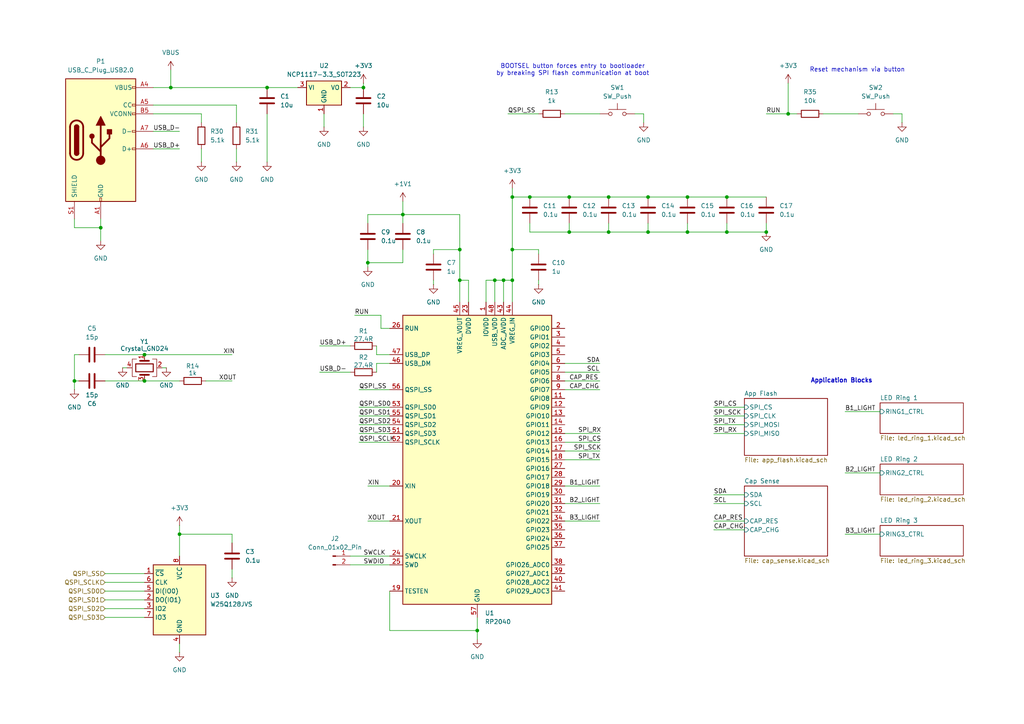
<source format=kicad_sch>
(kicad_sch (version 20231120) (generator "eeschema") (generator_version "8.0")
  (paper "A4")
  (lib_symbols
    (symbol "Connector:Conn_01x02_Pin" (pin_names (offset 1.016) hide)
      (property "Reference" "J" (at 0 2.54 0))
      (property "Value" "Conn_01x02_Pin" (at 0 -5.08 0))
      (symbol "Conn_01x02_Pin_1_1"
        (polyline (pts (xy 1.27 -2.54) (xy 0.8636 -2.54)) (stroke (width 0.1524)))
        (polyline (pts (xy 1.27 0) (xy 0.8636 0)) (stroke (width 0.1524)))
        (rectangle (start 0.8636 -2.413) (end 0 -2.667) (stroke (width 0.1524)) (fill (type outline)))
        (rectangle (start 0.8636 0.127) (end 0 -0.127) (stroke (width 0.1524)) (fill (type outline)))
        (pin passive line (at 5.08 0 180) (length 3.81) (name "Pin_1") (number "1"))
        (pin passive line (at 5.08 -2.54 180) (length 3.81) (name "Pin_2") (number "2"))
      )
    )
    (symbol "Connector:USB_C_Plug_USB2.0" (pin_names (offset 1.016))
      (property "Reference" "P" (at -10.16 19.05 0))
      (property "Value" "USB_C_Plug_USB2.0" (at 12.7 19.05 0))
      (symbol "USB_C_Plug_USB2.0_0_0"
        (rectangle (start -0.254 -17.78) (end 0.254 -16.764))
        (rectangle (start 10.16 -2.286) (end 9.144 -2.794))
        (rectangle (start 10.16 2.794) (end 9.144 2.286))
        (rectangle (start 10.16 7.874) (end 9.144 7.366))
        (rectangle (start 10.16 10.414) (end 9.144 9.906))
        (rectangle (start 10.16 15.494) (end 9.144 14.986))
      )
      (symbol "USB_C_Plug_USB2.0_0_1"
        (rectangle (start -10.16 17.78) (end 10.16 -17.78) (stroke (width 0.254)) (fill (type background)))
        (arc (start -8.89 -3.81) (mid -6.985 -5.7067) (end -5.08 -3.81) (stroke (width 0.508)))
        (arc (start -7.62 -3.81) (mid -6.985 -4.4423) (end -6.35 -3.81) (stroke (width 0.254)))
        (arc (start -7.62 -3.81) (mid -6.985 -4.4423) (end -6.35 -3.81) (stroke (width 0.254)) (fill (type outline)))
        (rectangle (start -7.62 -3.81) (end -6.35 3.81) (stroke (width 0.254)) (fill (type outline)))
        (arc (start -6.35 3.81) (mid -6.985 4.4423) (end -7.62 3.81) (stroke (width 0.254)))
        (arc (start -6.35 3.81) (mid -6.985 4.4423) (end -7.62 3.81) (stroke (width 0.254)) (fill (type outline)))
        (arc (start -5.08 3.81) (mid -6.985 5.7067) (end -8.89 3.81) (stroke (width 0.508)))
        (circle (center -2.54 1.143) (radius 0.635) (stroke (width 0.254)) (fill (type outline)))
        (circle (center 0 -5.842) (radius 1.27) (fill (type outline)))
        (polyline (pts (xy -8.89 -3.81) (xy -8.89 3.81)) (stroke (width 0.508)))
        (polyline (pts (xy -5.08 3.81) (xy -5.08 -3.81)) (stroke (width 0.508)))
        (polyline (pts (xy 0 -5.842) (xy 0 4.318)) (stroke (width 0.508)))
        (polyline (pts (xy 0 -3.302) (xy -2.54 -0.762) (xy -2.54 0.508)) (stroke (width 0.508)))
        (polyline (pts (xy 0 -2.032) (xy 2.54 0.508) (xy 2.54 1.778)) (stroke (width 0.508)))
        (polyline (pts (xy -1.27 4.318) (xy 0 6.858) (xy 1.27 4.318) (xy -1.27 4.318)) (stroke (width 0.254)) (fill (type outline)))
        (rectangle (start 1.905 1.778) (end 3.175 3.048) (stroke (width 0.254)) (fill (type outline)))
      )
      (symbol "USB_C_Plug_USB2.0_1_1"
        (pin passive line (at 0 -22.86 90) (length 5.08) (name "GND") (number "A1"))
        (pin passive line (at 0 -22.86 90) (length 5.08) hide (name "GND") (number "A12"))
        (pin passive line (at 15.24 15.24 180) (length 5.08) (name "VBUS") (number "A4"))
        (pin bidirectional line (at 15.24 10.16 180) (length 5.08) (name "CC") (number "A5"))
        (pin bidirectional line (at 15.24 -2.54 180) (length 5.08) (name "D+") (number "A6"))
        (pin bidirectional line (at 15.24 2.54 180) (length 5.08) (name "D-") (number "A7"))
        (pin passive line (at 15.24 15.24 180) (length 5.08) hide (name "VBUS") (number "A9"))
        (pin passive line (at 0 -22.86 90) (length 5.08) hide (name "GND") (number "B1"))
        (pin passive line (at 0 -22.86 90) (length 5.08) hide (name "GND") (number "B12"))
        (pin passive line (at 15.24 15.24 180) (length 5.08) hide (name "VBUS") (number "B4"))
        (pin bidirectional line (at 15.24 7.62 180) (length 5.08) (name "VCONN") (number "B5"))
        (pin passive line (at 15.24 15.24 180) (length 5.08) hide (name "VBUS") (number "B9"))
        (pin passive line (at -7.62 -22.86 90) (length 5.08) (name "SHIELD") (number "S1"))
      )
    )
    (symbol "Device:C" (pin_numbers hide) (pin_names (offset 0.254))
      (property "Reference" "C" (at 0.635 2.54 0))
      (property "Value" "C" (at 0.635 -2.54 0))
      (symbol "C_0_1"
        (polyline (pts (xy -2.032 -0.762) (xy 2.032 -0.762)) (stroke (width 0.508)))
        (polyline (pts (xy -2.032 0.762) (xy 2.032 0.762)) (stroke (width 0.508)))
      )
      (symbol "C_1_1"
        (pin passive line (at 0 3.81 270) (length 2.794) (name "~") (number "1"))
        (pin passive line (at 0 -3.81 90) (length 2.794) (name "~") (number "2"))
      )
    )
    (symbol "Device:Crystal_GND24" (pin_names (offset 1.016) hide)
      (property "Reference" "Y" (at 3.175 5.08 0))
      (property "Value" "Crystal_GND24" (at 3.175 3.175 0))
      (symbol "Crystal_GND24_0_1"
        (rectangle (start -1.143 2.54) (end 1.143 -2.54) (stroke (width 0.3048)))
        (polyline (pts (xy -2.54 0) (xy -2.032 0)))
        (polyline (pts (xy -2.032 -1.27) (xy -2.032 1.27)) (stroke (width 0.508)))
        (polyline (pts (xy 0 -3.81) (xy 0 -3.556)))
        (polyline (pts (xy 0 3.556) (xy 0 3.81)))
        (polyline (pts (xy 2.032 -1.27) (xy 2.032 1.27)) (stroke (width 0.508)))
        (polyline (pts (xy 2.032 0) (xy 2.54 0)))
        (polyline (pts (xy -2.54 -2.286) (xy -2.54 -3.556) (xy 2.54 -3.556) (xy 2.54 -2.286)))
        (polyline (pts (xy -2.54 2.286) (xy -2.54 3.556) (xy 2.54 3.556) (xy 2.54 2.286)))
      )
      (symbol "Crystal_GND24_1_1"
        (pin passive line (at -3.81 0 0) (length 1.27) (name "1") (number "1"))
        (pin passive line (at 0 5.08 270) (length 1.27) (name "2") (number "2"))
        (pin passive line (at 3.81 0 180) (length 1.27) (name "3") (number "3"))
        (pin passive line (at 0 -5.08 90) (length 1.27) (name "4") (number "4"))
      )
    )
    (symbol "Device:R" (pin_numbers hide) (pin_names (offset 0))
      (property "Reference" "R" (at 2.032 0 90))
      (property "Value" "R" (at 0 0 90))
      (symbol "R_0_1"
        (rectangle (start -1.016 -2.54) (end 1.016 2.54) (stroke (width 0.254)))
      )
      (symbol "R_1_1"
        (pin passive line (at 0 3.81 270) (length 1.27) (name "~") (number "1"))
        (pin passive line (at 0 -3.81 90) (length 1.27) (name "~") (number "2"))
      )
    )
    (symbol "MCU_RaspberryPi:RP2040"
      (property "Reference" "U" (at 17.78 45.72 0))
      (property "Value" "RP2040" (at 17.78 43.18 0))
      (symbol "RP2040_0_1"
        (rectangle (start -21.59 41.91) (end 21.59 -41.91) (stroke (width 0.254)) (fill (type background)))
      )
      (symbol "RP2040_1_1"
        (pin power_in line (at 2.54 45.72 270) (length 3.81) (name "IOVDD") (number "1"))
        (pin passive line (at 2.54 45.72 270) (length 3.81) hide (name "IOVDD") (number "10"))
        (pin bidirectional line (at 25.4 17.78 180) (length 3.81) (name "GPIO8") (number "11"))
        (pin bidirectional line (at 25.4 15.24 180) (length 3.81) (name "GPIO9") (number "12"))
        (pin bidirectional line (at 25.4 12.7 180) (length 3.81) (name "GPIO10") (number "13"))
        (pin bidirectional line (at 25.4 10.16 180) (length 3.81) (name "GPIO11") (number "14"))
        (pin bidirectional line (at 25.4 7.62 180) (length 3.81) (name "GPIO12") (number "15"))
        (pin bidirectional line (at 25.4 5.08 180) (length 3.81) (name "GPIO13") (number "16"))
        (pin bidirectional line (at 25.4 2.54 180) (length 3.81) (name "GPIO14") (number "17"))
        (pin bidirectional line (at 25.4 0 180) (length 3.81) (name "GPIO15") (number "18"))
        (pin input line (at -25.4 -38.1 0) (length 3.81) (name "TESTEN") (number "19"))
        (pin bidirectional line (at 25.4 38.1 180) (length 3.81) (name "GPIO0") (number "2"))
        (pin input line (at -25.4 -7.62 0) (length 3.81) (name "XIN") (number "20"))
        (pin passive line (at -25.4 -17.78 0) (length 3.81) (name "XOUT") (number "21"))
        (pin passive line (at 2.54 45.72 270) (length 3.81) hide (name "IOVDD") (number "22"))
        (pin power_in line (at -2.54 45.72 270) (length 3.81) (name "DVDD") (number "23"))
        (pin input line (at -25.4 -27.94 0) (length 3.81) (name "SWCLK") (number "24"))
        (pin bidirectional line (at -25.4 -30.48 0) (length 3.81) (name "SWD") (number "25"))
        (pin input line (at -25.4 38.1 0) (length 3.81) (name "RUN") (number "26"))
        (pin bidirectional line (at 25.4 -2.54 180) (length 3.81) (name "GPIO16") (number "27"))
        (pin bidirectional line (at 25.4 -5.08 180) (length 3.81) (name "GPIO17") (number "28"))
        (pin bidirectional line (at 25.4 -7.62 180) (length 3.81) (name "GPIO18") (number "29"))
        (pin bidirectional line (at 25.4 35.56 180) (length 3.81) (name "GPIO1") (number "3"))
        (pin bidirectional line (at 25.4 -10.16 180) (length 3.81) (name "GPIO19") (number "30"))
        (pin bidirectional line (at 25.4 -12.7 180) (length 3.81) (name "GPIO20") (number "31"))
        (pin bidirectional line (at 25.4 -15.24 180) (length 3.81) (name "GPIO21") (number "32"))
        (pin passive line (at 2.54 45.72 270) (length 3.81) hide (name "IOVDD") (number "33"))
        (pin bidirectional line (at 25.4 -17.78 180) (length 3.81) (name "GPIO22") (number "34"))
        (pin bidirectional line (at 25.4 -20.32 180) (length 3.81) (name "GPIO23") (number "35"))
        (pin bidirectional line (at 25.4 -22.86 180) (length 3.81) (name "GPIO24") (number "36"))
        (pin bidirectional line (at 25.4 -25.4 180) (length 3.81) (name "GPIO25") (number "37"))
        (pin bidirectional line (at 25.4 -30.48 180) (length 3.81) (name "GPIO26_ADC0") (number "38"))
        (pin bidirectional line (at 25.4 -33.02 180) (length 3.81) (name "GPIO27_ADC1") (number "39"))
        (pin bidirectional line (at 25.4 33.02 180) (length 3.81) (name "GPIO2") (number "4"))
        (pin bidirectional line (at 25.4 -35.56 180) (length 3.81) (name "GPIO28_ADC2") (number "40"))
        (pin bidirectional line (at 25.4 -38.1 180) (length 3.81) (name "GPIO29_ADC3") (number "41"))
        (pin passive line (at 2.54 45.72 270) (length 3.81) hide (name "IOVDD") (number "42"))
        (pin power_in line (at 7.62 45.72 270) (length 3.81) (name "ADC_AVDD") (number "43"))
        (pin power_in line (at 10.16 45.72 270) (length 3.81) (name "VREG_IN") (number "44"))
        (pin power_out line (at -5.08 45.72 270) (length 3.81) (name "VREG_VOUT") (number "45"))
        (pin bidirectional line (at -25.4 27.94 0) (length 3.81) (name "USB_DM") (number "46"))
        (pin bidirectional line (at -25.4 30.48 0) (length 3.81) (name "USB_DP") (number "47"))
        (pin power_in line (at 5.08 45.72 270) (length 3.81) (name "USB_VDD") (number "48"))
        (pin passive line (at 2.54 45.72 270) (length 3.81) hide (name "IOVDD") (number "49"))
        (pin bidirectional line (at 25.4 30.48 180) (length 3.81) (name "GPIO3") (number "5"))
        (pin passive line (at -2.54 45.72 270) (length 3.81) hide (name "DVDD") (number "50"))
        (pin bidirectional line (at -25.4 7.62 0) (length 3.81) (name "QSPI_SD3") (number "51"))
        (pin output line (at -25.4 5.08 0) (length 3.81) (name "QSPI_SCLK") (number "52"))
        (pin bidirectional line (at -25.4 15.24 0) (length 3.81) (name "QSPI_SD0") (number "53"))
        (pin bidirectional line (at -25.4 10.16 0) (length 3.81) (name "QSPI_SD2") (number "54"))
        (pin bidirectional line (at -25.4 12.7 0) (length 3.81) (name "QSPI_SD1") (number "55"))
        (pin bidirectional line (at -25.4 20.32 0) (length 3.81) (name "QSPI_SS") (number "56"))
        (pin power_in line (at 0 -45.72 90) (length 3.81) (name "GND") (number "57"))
        (pin bidirectional line (at 25.4 27.94 180) (length 3.81) (name "GPIO4") (number "6"))
        (pin bidirectional line (at 25.4 25.4 180) (length 3.81) (name "GPIO5") (number "7"))
        (pin bidirectional line (at 25.4 22.86 180) (length 3.81) (name "GPIO6") (number "8"))
        (pin bidirectional line (at 25.4 20.32 180) (length 3.81) (name "GPIO7") (number "9"))
      )
    )
    (symbol "Memory_Flash:W25Q128JVS"
      (property "Reference" "U" (at -8.89 8.89 0))
      (property "Value" "W25Q128JVS" (at 7.62 8.89 0))
      (symbol "W25Q128JVS_0_1"
        (rectangle (start -7.62 10.16) (end 7.62 -10.16) (stroke (width 0.254)) (fill (type background)))
      )
      (symbol "W25Q128JVS_1_1"
        (pin input line (at -10.16 7.62 0) (length 2.54) (name "~{CS}") (number "1"))
        (pin bidirectional line (at -10.16 0 0) (length 2.54) (name "DO(IO1)") (number "2"))
        (pin bidirectional line (at -10.16 -2.54 0) (length 2.54) (name "IO2") (number "3"))
        (pin power_in line (at 0 -12.7 90) (length 2.54) (name "GND") (number "4"))
        (pin bidirectional line (at -10.16 2.54 0) (length 2.54) (name "DI(IO0)") (number "5"))
        (pin input line (at -10.16 5.08 0) (length 2.54) (name "CLK") (number "6"))
        (pin bidirectional line (at -10.16 -5.08 0) (length 2.54) (name "IO3") (number "7"))
        (pin power_in line (at 0 12.7 270) (length 2.54) (name "VCC") (number "8"))
      )
    )
    (symbol "Regulator_Linear:NCP1117-3.3_SOT223"
      (property "Reference" "U" (at -3.81 3.175 0))
      (property "Value" "NCP1117-3.3_SOT223" (at 0 3.175 0))
      (symbol "NCP1117-3.3_SOT223_0_1"
        (rectangle (start -5.08 -5.08) (end 5.08 1.905) (stroke (width 0.254)) (fill (type background)))
      )
      (symbol "NCP1117-3.3_SOT223_1_1"
        (pin power_in line (at 0 -7.62 90) (length 2.54) (name "GND") (number "1"))
        (pin power_out line (at 7.62 0 180) (length 2.54) (name "VO") (number "2"))
        (pin power_in line (at -7.62 0 0) (length 2.54) (name "VI") (number "3"))
      )
    )
    (symbol "Switch:SW_Push" (pin_numbers hide) (pin_names (offset 1.016) hide)
      (property "Reference" "SW" (at 1.27 2.54 0))
      (property "Value" "SW_Push" (at 0 -1.524 0))
      (symbol "SW_Push_0_1"
        (circle (center -2.032 0) (radius 0.508))
        (polyline (pts (xy 0 1.27) (xy 0 3.048)))
        (polyline (pts (xy 2.54 1.27) (xy -2.54 1.27)))
        (circle (center 2.032 0) (radius 0.508))
        (pin passive line (at -5.08 0 0) (length 2.54) (name "1") (number "1"))
        (pin passive line (at 5.08 0 180) (length 2.54) (name "2") (number "2"))
      )
    )
    (symbol "power:+1V1" (power) (pin_numbers hide) (pin_names (offset 0) hide)
      (property "Value" "+1V1" (at 0 3.556 0))
      (symbol "+1V1_0_1"
        (polyline (pts (xy -0.762 1.27) (xy 0 2.54)))
        (polyline (pts (xy 0 0) (xy 0 2.54)))
        (polyline (pts (xy 0 2.54) (xy 0.762 1.27)))
      )
      (symbol "+1V1_1_1"
        (pin power_in line (at 0 0 90) (length 0) (name "~") (number "1"))
      )
    )
    (symbol "power:+3V3" (power) (pin_numbers hide) (pin_names (offset 0) hide)
      (property "Value" "+3V3" (at 0 3.556 0))
      (symbol "+3V3_0_1"
        (polyline (pts (xy -0.762 1.27) (xy 0 2.54)))
        (polyline (pts (xy 0 0) (xy 0 2.54)))
        (polyline (pts (xy 0 2.54) (xy 0.762 1.27)))
      )
      (symbol "+3V3_1_1"
        (pin power_in line (at 0 0 90) (length 0) (name "~") (number "1"))
      )
    )
    (symbol "power:GND" (power) (pin_numbers hide) (pin_names (offset 0) hide)
      (property "Value" "GND" (at 0 -3.81 0))
      (symbol "GND_0_1"
        (polyline (pts (xy 0 0) (xy 0 -1.27) (xy 1.27 -1.27) (xy 0 -2.54) (xy -1.27 -1.27) (xy 0 -1.27)))
      )
      (symbol "GND_1_1"
        (pin power_in line (at 0 0 270) (length 0) (name "~") (number "1"))
      )
    )
    (symbol "power:VBUS" (power) (pin_numbers hide) (pin_names (offset 0) hide)
      (property "Value" "VBUS" (at 0 3.556 0))
      (symbol "VBUS_0_1"
        (polyline (pts (xy -0.762 1.27) (xy 0 2.54)))
        (polyline (pts (xy 0 0) (xy 0 2.54)))
        (polyline (pts (xy 0 2.54) (xy 0.762 1.27)))
      )
      (symbol "VBUS_1_1"
        (pin power_in line (at 0 0 90) (length 0) (name "~") (number "1"))
      )
    )
  )
  (junction (at 165.1 67.31))
  (junction (at 153.67 57.15))
  (junction (at 138.43 182.88))
  (junction (at 165.1 57.15))
  (junction (at 210.82 67.31))
  (junction (at 148.59 72.39))
  (junction (at 187.96 57.15))
  (junction (at 21.59 110.49))
  (junction (at 106.68 76.2))
  (junction (at 41.91 110.49))
  (junction (at 148.59 57.15))
  (junction (at 116.84 62.23))
  (junction (at 146.05 81.28))
  (junction (at 105.41 25.4))
  (junction (at 49.53 25.4))
  (junction (at 199.39 67.31))
  (junction (at 133.35 81.28))
  (junction (at 187.96 67.31))
  (junction (at 148.59 81.28))
  (junction (at 222.25 67.31))
  (junction (at 228.6 33.02))
  (junction (at 41.91 102.87))
  (junction (at 176.53 67.31))
  (junction (at 199.39 57.15))
  (junction (at 210.82 57.15))
  (junction (at 176.53 57.15))
  (junction (at 52.07 154.94))
  (junction (at 29.21 66.04))
  (junction (at 133.35 72.39))
  (junction (at 77.47 25.4))
  (junction (at 143.51 81.28))
  (wire (pts (xy 41.91 179.07) (xy 30.48 179.07)))
  (wire (pts (xy 41.91 110.49) (xy 52.07 110.49)))
  (wire (pts (xy 133.35 81.28) (xy 135.89 81.28)))
  (wire (pts (xy 259.08 33.02) (xy 261.62 33.02)))
  (wire (pts (xy 113.03 182.88) (xy 138.43 182.88)))
  (wire (pts (xy 101.6 25.4) (xy 105.41 25.4)))
  (wire (pts (xy 44.45 30.48) (xy 68.58 30.48)))
  (wire (pts (xy 67.31 165.1) (xy 67.31 167.64)))
  (wire (pts (xy 146.05 81.28) (xy 146.05 87.63)))
  (wire (pts (xy 104.14 120.65) (xy 113.03 120.65)))
  (wire (pts (xy 110.49 95.25) (xy 110.49 91.44)))
  (wire (pts (xy 93.98 33.02) (xy 93.98 36.83)))
  (wire (pts (xy 106.68 76.2) (xy 116.84 76.2)))
  (wire (pts (xy 21.59 63.5) (xy 21.59 66.04)))
  (wire (pts (xy 125.73 81.28) (xy 125.73 82.55)))
  (wire (pts (xy 207.01 118.11) (xy 215.9 118.11)))
  (wire (pts (xy 238.76 33.02) (xy 248.92 33.02)))
  (wire (pts (xy 143.51 81.28) (xy 143.51 87.63)))
  (wire (pts (xy 228.6 24.13) (xy 228.6 33.02)))
  (wire (pts (xy 138.43 182.88) (xy 138.43 185.42)))
  (wire (pts (xy 245.11 154.94) (xy 255.27 154.94)))
  (wire (pts (xy 104.14 128.27) (xy 113.03 128.27)))
  (wire (pts (xy 133.35 87.63) (xy 133.35 81.28)))
  (wire (pts (xy 148.59 72.39) (xy 156.21 72.39)))
  (wire (pts (xy 106.68 62.23) (xy 116.84 62.23)))
  (wire (pts (xy 143.51 81.28) (xy 146.05 81.28)))
  (wire (pts (xy 133.35 72.39) (xy 133.35 62.23)))
  (wire (pts (xy 176.53 57.15) (xy 187.96 57.15)))
  (wire (pts (xy 148.59 54.61) (xy 148.59 57.15)))
  (wire (pts (xy 138.43 179.07) (xy 138.43 182.88)))
  (wire (pts (xy 199.39 67.31) (xy 210.82 67.31)))
  (wire (pts (xy 29.21 66.04) (xy 29.21 69.85)))
  (wire (pts (xy 68.58 30.48) (xy 68.58 35.56)))
  (wire (pts (xy 30.48 176.53) (xy 41.91 176.53)))
  (wire (pts (xy 44.45 43.18) (xy 52.07 43.18)))
  (wire (pts (xy 113.03 171.45) (xy 113.03 182.88)))
  (wire (pts (xy 163.83 107.95) (xy 173.99 107.95)))
  (wire (pts (xy 153.67 67.31) (xy 165.1 67.31)))
  (wire (pts (xy 163.83 128.27) (xy 173.99 128.27)))
  (wire (pts (xy 29.21 63.5) (xy 29.21 66.04)))
  (wire (pts (xy 77.47 33.02) (xy 77.47 46.99)))
  (wire (pts (xy 165.1 64.77) (xy 165.1 67.31)))
  (wire (pts (xy 116.84 58.42) (xy 116.84 62.23)))
  (wire (pts (xy 186.69 33.02) (xy 186.69 35.56)))
  (wire (pts (xy 140.97 81.28) (xy 143.51 81.28)))
  (wire (pts (xy 113.03 95.25) (xy 110.49 95.25)))
  (wire (pts (xy 46.99 106.68) (xy 48.26 106.68)))
  (wire (pts (xy 58.42 33.02) (xy 58.42 35.56)))
  (wire (pts (xy 106.68 62.23) (xy 106.68 64.77)))
  (wire (pts (xy 135.89 81.28) (xy 135.89 87.63)))
  (wire (pts (xy 49.53 20.32) (xy 49.53 25.4)))
  (wire (pts (xy 163.83 125.73) (xy 173.99 125.73)))
  (wire (pts (xy 30.48 110.49) (xy 41.91 110.49)))
  (wire (pts (xy 104.14 125.73) (xy 113.03 125.73)))
  (wire (pts (xy 228.6 33.02) (xy 231.14 33.02)))
  (wire (pts (xy 148.59 72.39) (xy 148.59 81.28)))
  (wire (pts (xy 68.58 43.18) (xy 68.58 46.99)))
  (wire (pts (xy 109.22 107.95) (xy 109.22 105.41)))
  (wire (pts (xy 109.22 105.41) (xy 113.03 105.41)))
  (wire (pts (xy 187.96 67.31) (xy 199.39 67.31)))
  (wire (pts (xy 148.59 81.28) (xy 148.59 87.63)))
  (wire (pts (xy 105.41 33.02) (xy 105.41 36.83)))
  (wire (pts (xy 245.11 119.38) (xy 255.27 119.38)))
  (wire (pts (xy 116.84 72.39) (xy 116.84 76.2)))
  (wire (pts (xy 22.86 102.87) (xy 21.59 102.87)))
  (wire (pts (xy 106.68 76.2) (xy 106.68 77.47)))
  (wire (pts (xy 133.35 72.39) (xy 133.35 81.28)))
  (wire (pts (xy 44.45 38.1) (xy 52.07 38.1)))
  (wire (pts (xy 59.69 110.49) (xy 67.31 110.49)))
  (wire (pts (xy 52.07 186.69) (xy 52.07 189.23)))
  (wire (pts (xy 199.39 64.77) (xy 199.39 67.31)))
  (wire (pts (xy 156.21 81.28) (xy 156.21 82.55)))
  (wire (pts (xy 187.96 64.77) (xy 187.96 67.31)))
  (wire (pts (xy 116.84 62.23) (xy 133.35 62.23)))
  (wire (pts (xy 148.59 57.15) (xy 148.59 72.39)))
  (wire (pts (xy 210.82 67.31) (xy 222.25 67.31)))
  (wire (pts (xy 116.84 62.23) (xy 116.84 64.77)))
  (wire (pts (xy 176.53 64.77) (xy 176.53 67.31)))
  (wire (pts (xy 207.01 146.05) (xy 215.9 146.05)))
  (wire (pts (xy 140.97 87.63) (xy 140.97 81.28)))
  (wire (pts (xy 207.01 123.19) (xy 215.9 123.19)))
  (wire (pts (xy 210.82 57.15) (xy 222.25 57.15)))
  (wire (pts (xy 222.25 67.31) (xy 222.25 64.77)))
  (wire (pts (xy 163.83 140.97) (xy 173.99 140.97)))
  (wire (pts (xy 104.14 118.11) (xy 113.03 118.11)))
  (wire (pts (xy 101.6 163.83) (xy 113.03 163.83)))
  (wire (pts (xy 49.53 25.4) (xy 77.47 25.4)))
  (wire (pts (xy 165.1 67.31) (xy 176.53 67.31)))
  (wire (pts (xy 30.48 168.91) (xy 41.91 168.91)))
  (wire (pts (xy 101.6 161.29) (xy 113.03 161.29)))
  (wire (pts (xy 133.35 72.39) (xy 125.73 72.39)))
  (wire (pts (xy 92.71 107.95) (xy 101.6 107.95)))
  (wire (pts (xy 109.22 102.87) (xy 113.03 102.87)))
  (wire (pts (xy 52.07 152.4) (xy 52.07 154.94)))
  (wire (pts (xy 163.83 110.49) (xy 173.99 110.49)))
  (wire (pts (xy 163.83 113.03) (xy 173.99 113.03)))
  (wire (pts (xy 77.47 25.4) (xy 86.36 25.4)))
  (wire (pts (xy 104.14 113.03) (xy 113.03 113.03)))
  (wire (pts (xy 106.68 151.13) (xy 113.03 151.13)))
  (wire (pts (xy 30.48 102.87) (xy 41.91 102.87)))
  (wire (pts (xy 146.05 81.28) (xy 148.59 81.28)))
  (wire (pts (xy 148.59 57.15) (xy 153.67 57.15)))
  (wire (pts (xy 125.73 72.39) (xy 125.73 73.66)))
  (wire (pts (xy 67.31 157.48) (xy 67.31 154.94)))
  (wire (pts (xy 207.01 120.65) (xy 215.9 120.65)))
  (wire (pts (xy 187.96 57.15) (xy 199.39 57.15)))
  (wire (pts (xy 106.68 72.39) (xy 106.68 76.2)))
  (wire (pts (xy 153.67 57.15) (xy 165.1 57.15)))
  (wire (pts (xy 41.91 102.87) (xy 67.31 102.87)))
  (wire (pts (xy 207.01 151.13) (xy 215.9 151.13)))
  (wire (pts (xy 199.39 57.15) (xy 210.82 57.15)))
  (wire (pts (xy 52.07 154.94) (xy 52.07 161.29)))
  (wire (pts (xy 30.48 173.99) (xy 41.91 173.99)))
  (wire (pts (xy 165.1 57.15) (xy 176.53 57.15)))
  (wire (pts (xy 163.83 151.13) (xy 173.99 151.13)))
  (wire (pts (xy 44.45 25.4) (xy 49.53 25.4)))
  (wire (pts (xy 210.82 64.77) (xy 210.82 67.31)))
  (wire (pts (xy 58.42 43.18) (xy 58.42 46.99)))
  (wire (pts (xy 153.67 64.77) (xy 153.67 67.31)))
  (wire (pts (xy 156.21 72.39) (xy 156.21 73.66)))
  (wire (pts (xy 67.31 154.94) (xy 52.07 154.94)))
  (wire (pts (xy 21.59 110.49) (xy 21.59 113.03)))
  (wire (pts (xy 163.83 133.35) (xy 173.99 133.35)))
  (wire (pts (xy 21.59 110.49) (xy 22.86 110.49)))
  (wire (pts (xy 207.01 143.51) (xy 215.9 143.51)))
  (wire (pts (xy 261.62 33.02) (xy 261.62 35.56)))
  (wire (pts (xy 109.22 100.33) (xy 109.22 102.87)))
  (wire (pts (xy 106.68 140.97) (xy 113.03 140.97)))
  (wire (pts (xy 163.83 105.41) (xy 173.99 105.41)))
  (wire (pts (xy 92.71 100.33) (xy 101.6 100.33)))
  (wire (pts (xy 105.41 24.13) (xy 105.41 25.4)))
  (wire (pts (xy 30.48 171.45) (xy 41.91 171.45)))
  (wire (pts (xy 222.25 33.02) (xy 228.6 33.02)))
  (wire (pts (xy 44.45 33.02) (xy 58.42 33.02)))
  (wire (pts (xy 163.83 146.05) (xy 173.99 146.05)))
  (wire (pts (xy 147.32 33.02) (xy 156.21 33.02)))
  (wire (pts (xy 21.59 102.87) (xy 21.59 110.49)))
  (wire (pts (xy 176.53 67.31) (xy 187.96 67.31)))
  (wire (pts (xy 207.01 125.73) (xy 215.9 125.73)))
  (wire (pts (xy 30.48 166.37) (xy 41.91 166.37)))
  (wire (pts (xy 163.83 33.02) (xy 173.99 33.02)))
  (wire (pts (xy 21.59 66.04) (xy 29.21 66.04)))
  (wire (pts (xy 104.14 123.19) (xy 113.03 123.19)))
  (wire (pts (xy 184.15 33.02) (xy 186.69 33.02)))
  (wire (pts (xy 163.83 130.81) (xy 173.99 130.81)))
  (wire (pts (xy 35.56 106.68) (xy 36.83 106.68)))
  (wire (pts (xy 102.87 91.44) (xy 110.49 91.44)))
  (wire (pts (xy 207.01 153.67) (xy 215.9 153.67)))
  (wire (pts (xy 245.11 137.16) (xy 255.27 137.16)))
  (text "BOOTSEL button forces entry to bootloader\nby breaking SPI flash communication at boot" (at 166.116 20.32 0) (effects (font (size 1.27 1.27))))
  (text "Reset mechanism via button" (at 248.666 20.32 0) (effects (font (size 1.27 1.27))))
  (text "Application Blocks" (at 244.094 110.49 0) (effects (font (size 1.27 1.27) (thickness 0.254) (bold yes))))
  (label "B2_LIGHT" (at 165.1 146.05 0))
  (label "SPI_TX" (at 167.64 133.35 0))
  (label "SWDIO" (at 105.41 163.83 0))
  (label "XIN" (at 106.68 140.97 0))
  (label "QSPI_SCLK" (at 104.14 128.27 0))
  (label "XIN" (at 64.77 102.87 0))
  (label "QSPI_SD3" (at 104.14 125.73 0))
  (label "B3_LIGHT" (at 245.11 154.94 0))
  (label "SDA" (at 170.18 105.41 0))
  (label "SPI_CS" (at 207.01 118.11 0))
  (label "CAP_CHG" (at 165.1 113.03 0))
  (label "QSPI_SS" (at 104.14 113.03 0))
  (label "SPI_RX" (at 167.64 125.73 0))
  (label "SDA" (at 207.01 143.51 0))
  (label "SWCLK" (at 105.41 161.29 0))
  (label "SPI_TX" (at 207.01 123.19 0))
  (label "B1_LIGHT" (at 245.11 119.38 0))
  (label "XOUT" (at 63.5 110.49 0))
  (label "USB_D-" (at 44.45 38.1 0))
  (label "SPI_SCK" (at 207.01 120.65 0))
  (label "CAP_RES" (at 165.1 110.49 0))
  (label "USB_D+" (at 92.71 100.33 0))
  (label "SPI_SCK" (at 166.37 130.81 0))
  (label "SPI_RX" (at 207.01 125.73 0))
  (label "USB_D+" (at 44.45 43.18 0))
  (label "CAP_CHG" (at 207.01 153.67 0))
  (label "SPI_CS" (at 167.64 128.27 0))
  (label "USB_D-" (at 92.71 107.95 0))
  (label "CAP_RES" (at 207.01 151.13 0))
  (label "QSPI_SD2" (at 104.14 123.19 0))
  (label "SCL" (at 170.18 107.95 0))
  (label "QSPI_SS" (at 147.32 33.02 0))
  (label "XOUT" (at 106.68 151.13 0))
  (label "SCL" (at 207.01 146.05 0))
  (label "B3_LIGHT" (at 165.1 151.13 0))
  (label "B2_LIGHT" (at 245.11 137.16 0))
  (label "RUN" (at 102.87 91.44 0))
  (label "B1_LIGHT" (at 165.1 140.97 0))
  (label "RUN" (at 222.25 33.02 0))
  (label "QSPI_SD0" (at 104.14 118.11 0))
  (label "QSPI_SD1" (at 104.14 120.65 0))
  (hierarchical_label "QSPI_SD1" (shape input) (at 30.48 173.99 180))
  (hierarchical_label "QSPI_SD0" (shape input) (at 30.48 171.45 180))
  (hierarchical_label "QSPI_SS" (shape input) (at 30.48 166.37 180))
  (hierarchical_label "QSPI_SD2" (shape input) (at 30.48 176.53 180))
  (hierarchical_label "QSPI_SCLK" (shape input) (at 30.48 168.91 180))
  (hierarchical_label "QSPI_SD3" (shape input) (at 30.48 179.07 180))
  (symbol (lib_id "power:+1V1") (at 116.84 58.42 0) (unit 1)
    (property "Reference" "#PWR025" (effects (hide yes)))
    (property "Value" "+1V1" (at 116.84 53.34 0))
    (property "Description" "Power symbol creates a global label with name \"+1V1\"" (effects (hide yes)))
  )
  (symbol (lib_id "power:GND") (at 58.42 46.99 0) (unit 1)
    (property "Reference" "#PWR036" (effects (hide yes)))
    (property "Value" "GND" (at 58.42 52.07 0))
    (property "Description" "Power symbol creates a global label with name \"GND\" , ground" (effects (hide yes)))
  )
  (symbol (lib_id "Device:R") (at 55.88 110.49 90) (unit 1)
    (property "Reference" "R14" (at 55.88 106.172 90))
    (property "Value" "1k" (at 55.88 108.204 90))
    (property "Footprint" "Resistor_SMD:R_0402_1005Metric" (effects (hide yes)))
    (property "Description" "Resistor" (effects (hide yes)))
  )
  (symbol (lib_id "Switch:SW_Push") (at 179.07 33.02 0) (unit 1)
    (property "Reference" "SW1" (at 179.07 25.4 0))
    (property "Value" "SW_Push" (at 179.07 27.94 0))
    (property "Footprint" "Button_Switch_SMD:SW_Push_1P1T_NO_6x6mm_H9.5mm" (effects (hide yes)))
    (property "Description" "Push button switch, generic, two pins" (effects (hide yes)))
  )
  (symbol (lib_id "Device:C") (at 67.31 161.29 0) (unit 1)
    (property "Reference" "C3" (at 71.12 160.0199 0) (effects (justify left)))
    (property "Value" "0.1u" (at 71.12 162.5599 0) (effects (justify left)))
    (property "Footprint" "Capacitor_SMD:C_0603_1608Metric" (effects (hide yes)))
    (property "Description" "Unpolarized capacitor" (effects (hide yes)))
  )
  (symbol (lib_id "power:GND") (at 105.41 36.83 0) (unit 1)
    (property "Reference" "#PWR05" (effects (hide yes)))
    (property "Value" "GND" (at 105.41 41.91 0))
    (property "Description" "Power symbol creates a global label with name \"GND\" , ground" (effects (hide yes)))
  )
  (symbol (lib_id "Switch:SW_Push") (at 254 33.02 0) (unit 1)
    (property "Reference" "SW2" (at 254 25.4 0))
    (property "Value" "SW_Push" (at 254 27.94 0))
    (property "Footprint" "Button_Switch_SMD:SW_Push_1P1T_NO_6x6mm_H9.5mm" (effects (hide yes)))
    (property "Description" "Push button switch, generic, two pins" (effects (hide yes)))
  )
  (symbol (lib_id "power:+3V3") (at 105.41 24.13 0) (unit 1)
    (property "Reference" "#PWR06" (effects (hide yes)))
    (property "Value" "+3V3" (at 105.41 19.05 0))
    (property "Description" "Power symbol creates a global label with name \"+3V3\"" (effects (hide yes)))
  )
  (symbol (lib_id "power:+3V3") (at 228.6 24.13 0) (unit 1)
    (property "Reference" "#PWR042" (effects (hide yes)))
    (property "Value" "+3V3" (at 228.6 19.05 0))
    (property "Description" "Power symbol creates a global label with name \"+3V3\"" (effects (hide yes)))
  )
  (symbol (lib_id "Device:C") (at 153.67 60.96 0) (unit 1)
    (property "Reference" "C11" (at 157.48 59.6899 0) (effects (justify left)))
    (property "Value" "0.1u" (at 157.48 62.2299 0) (effects (justify left)))
    (property "Footprint" "Capacitor_SMD:C_0402_1005Metric" (effects (hide yes)))
    (property "Description" "Unpolarized capacitor" (effects (hide yes)))
  )
  (symbol (lib_id "power:GND") (at 138.43 185.42 0) (unit 1)
    (property "Reference" "#PWR01" (effects (hide yes)))
    (property "Value" "GND" (at 138.43 190.5 0))
    (property "Description" "Power symbol creates a global label with name \"GND\" , ground" (effects (hide yes)))
  )
  (symbol (lib_id "Device:C") (at 199.39 60.96 0) (unit 1)
    (property "Reference" "C15" (at 203.2 59.6899 0) (effects (justify left)))
    (property "Value" "0.1u" (at 203.2 62.2299 0) (effects (justify left)))
    (property "Footprint" "Capacitor_SMD:C_0402_1005Metric" (effects (hide yes)))
    (property "Description" "Unpolarized capacitor" (effects (hide yes)))
  )
  (symbol (lib_id "Memory_Flash:W25Q128JVS") (at 52.07 173.99 0) (unit 1)
    (property "Reference" "U3" (at 60.96 172.7199 0) (effects (justify left)))
    (property "Value" "W25Q128JVS" (at 60.96 175.2599 0) (effects (justify left)))
    (property "Footprint" "Package_SO:SOIC-8_5.23x5.23mm_P1.27mm" (effects (hide yes)))
    (property "Datasheet" "http://www.winbond.com/resource-files/w25q128jv_dtr%20revc%2003272018%20plus.pdf" (effects (hide yes)))
    (property "Description" "128Mb Serial Flash Memory, Standard/Dual/Quad SPI, SOIC-8" (effects (hide yes)))
  )
  (symbol (lib_id "power:GND") (at 106.68 77.47 0) (unit 1)
    (property "Reference" "#PWR024" (effects (hide yes)))
    (property "Value" "GND" (at 106.68 82.55 0))
    (property "Description" "Power symbol creates a global label with name \"GND\" , ground" (effects (hide yes)))
  )
  (symbol (lib_id "power:GND") (at 156.21 82.55 0) (unit 1)
    (property "Reference" "#PWR026" (effects (hide yes)))
    (property "Value" "GND" (at 156.21 87.63 0))
    (property "Description" "Power symbol creates a global label with name \"GND\" , ground" (effects (hide yes)))
  )
  (symbol (lib_id "Device:C") (at 187.96 60.96 0) (unit 1)
    (property "Reference" "C14" (at 191.77 59.6899 0) (effects (justify left)))
    (property "Value" "0.1u" (at 191.77 62.2299 0) (effects (justify left)))
    (property "Footprint" "Capacitor_SMD:C_0402_1005Metric" (effects (hide yes)))
    (property "Description" "Unpolarized capacitor" (effects (hide yes)))
  )
  (symbol (lib_id "power:GND") (at 222.25 67.31 0) (unit 1)
    (property "Reference" "#PWR027" (effects (hide yes)))
    (property "Value" "GND" (at 222.25 72.39 0))
    (property "Description" "Power symbol creates a global label with name \"GND\" , ground" (effects (hide yes)))
  )
  (symbol (lib_id "Device:C") (at 77.47 29.21 0) (unit 1)
    (property "Reference" "C1" (at 81.28 27.9399 0) (effects (justify left)))
    (property "Value" "10u" (at 81.28 30.4799 0) (effects (justify left)))
    (property "Footprint" "Capacitor_SMD:C_0603_1608Metric" (effects (hide yes)))
    (property "Description" "Unpolarized capacitor" (effects (hide yes)))
  )
  (symbol (lib_id "power:GND") (at 35.56 106.68 0) (unit 1)
    (property "Reference" "#PWR020" (effects (hide yes)))
    (property "Value" "GND" (at 35.56 111.76 0))
    (property "Description" "Power symbol creates a global label with name \"GND\" , ground" (effects (hide yes)))
  )
  (symbol (lib_id "power:GND") (at 48.26 106.68 0) (unit 1)
    (property "Reference" "#PWR021" (effects (hide yes)))
    (property "Value" "GND" (at 48.26 111.76 0))
    (property "Description" "Power symbol creates a global label with name \"GND\" , ground" (effects (hide yes)))
  )
  (symbol (lib_id "Device:C") (at 116.84 68.58 0) (unit 1)
    (property "Reference" "C8" (at 120.65 67.3099 0) (effects (justify left)))
    (property "Value" "0.1u" (at 120.65 69.8499 0) (effects (justify left)))
    (property "Footprint" "Capacitor_SMD:C_0402_1005Metric" (effects (hide yes)))
    (property "Description" "Unpolarized capacitor" (effects (hide yes)))
  )
  (symbol (lib_id "Device:C") (at 165.1 60.96 0) (unit 1)
    (property "Reference" "C12" (at 168.91 59.6899 0) (effects (justify left)))
    (property "Value" "0.1u" (at 168.91 62.2299 0) (effects (justify left)))
    (property "Footprint" "Capacitor_SMD:C_0402_1005Metric" (effects (hide yes)))
    (property "Description" "Unpolarized capacitor" (effects (hide yes)))
  )
  (symbol (lib_id "power:GND") (at 67.31 167.64 0) (unit 1)
    (property "Reference" "#PWR010" (effects (hide yes)))
    (property "Value" "GND" (at 67.31 172.72 0))
    (property "Description" "Power symbol creates a global label with name \"GND\" , ground" (effects (hide yes)))
  )
  (symbol (lib_id "Device:C") (at 156.21 77.47 0) (unit 1)
    (property "Reference" "C10" (at 160.02 76.1999 0) (effects (justify left)))
    (property "Value" "1u" (at 160.02 78.7399 0) (effects (justify left)))
    (property "Footprint" "Capacitor_SMD:C_0402_1005Metric" (effects (hide yes)))
    (property "Description" "Unpolarized capacitor" (effects (hide yes)))
  )
  (symbol (lib_id "power:GND") (at 68.58 46.99 0) (unit 1)
    (property "Reference" "#PWR035" (effects (hide yes)))
    (property "Value" "GND" (at 68.58 52.07 0))
    (property "Description" "Power symbol creates a global label with name \"GND\" , ground" (effects (hide yes)))
  )
  (symbol (lib_id "power:GND") (at 52.07 189.23 0) (unit 1)
    (property "Reference" "#PWR09" (effects (hide yes)))
    (property "Value" "GND" (at 52.07 194.31 0))
    (property "Description" "Power symbol creates a global label with name \"GND\" , ground" (effects (hide yes)))
  )
  (symbol (lib_id "Device:C") (at 106.68 68.58 0) (unit 1)
    (property "Reference" "C9" (at 110.49 67.3099 0) (effects (justify left)))
    (property "Value" "0.1u" (at 110.49 69.8499 0) (effects (justify left)))
    (property "Footprint" "Capacitor_SMD:C_0402_1005Metric" (effects (hide yes)))
    (property "Description" "Unpolarized capacitor" (effects (hide yes)))
  )
  (symbol (lib_id "Device:R") (at 105.41 100.33 90) (unit 1)
    (property "Reference" "R1" (at 105.41 96.012 90))
    (property "Value" "27.4R" (at 105.41 98.298 90))
    (property "Footprint" "Resistor_SMD:R_0402_1005Metric" (effects (hide yes)))
    (property "Description" "Resistor" (effects (hide yes)))
  )
  (symbol (lib_id "power:GND") (at 125.73 82.55 0) (unit 1)
    (property "Reference" "#PWR023" (effects (hide yes)))
    (property "Value" "GND" (at 125.73 87.63 0))
    (property "Description" "Power symbol creates a global label with name \"GND\" , ground" (effects (hide yes)))
  )
  (symbol (lib_id "power:VBUS") (at 49.53 20.32 0) (unit 1)
    (property "Reference" "#PWR03" (effects (hide yes)))
    (property "Value" "VBUS" (at 49.53 15.24 0))
    (property "Description" "Power symbol creates a global label with name \"VBUS\"" (effects (hide yes)))
  )
  (symbol (lib_id "power:+3V3") (at 148.59 54.61 0) (unit 1)
    (property "Reference" "#PWR028" (effects (hide yes)))
    (property "Value" "+3V3" (at 148.59 49.53 0))
    (property "Description" "Power symbol creates a global label with name \"+3V3\"" (effects (hide yes)))
  )
  (symbol (lib_id "power:+3V3") (at 52.07 152.4 0) (unit 1)
    (property "Reference" "#PWR08" (effects (hide yes)))
    (property "Value" "+3V3" (at 52.07 147.32 0))
    (property "Description" "Power symbol creates a global label with name \"+3V3\"" (effects (hide yes)))
  )
  (symbol (lib_id "Device:C") (at 26.67 110.49 90) (unit 1)
    (property "Reference" "C6" (at 26.67 117.094 90))
    (property "Value" "15p" (at 26.67 114.554 90))
    (property "Footprint" "Capacitor_SMD:C_0402_1005Metric" (effects (hide yes)))
    (property "Description" "Unpolarized capacitor" (effects (hide yes)))
  )
  (symbol (lib_id "Device:R") (at 58.42 39.37 0) (unit 1)
    (property "Reference" "R30" (at 60.96 38.0999 0) (effects (justify left)))
    (property "Value" "5.1k" (at 60.96 40.6399 0) (effects (justify left)))
    (property "Footprint" "Resistor_SMD:R_0402_1005Metric" (effects (hide yes)))
    (property "Description" "Resistor" (effects (hide yes)))
  )
  (symbol (lib_id "Device:C") (at 125.73 77.47 0) (unit 1)
    (property "Reference" "C7" (at 129.54 76.1999 0) (effects (justify left)))
    (property "Value" "1u" (at 129.54 78.7399 0) (effects (justify left)))
    (property "Footprint" "Capacitor_SMD:C_0402_1005Metric" (effects (hide yes)))
    (property "Description" "Unpolarized capacitor" (effects (hide yes)))
  )
  (symbol (lib_id "Device:R") (at 234.95 33.02 90) (unit 1)
    (property "Reference" "R35" (at 234.95 26.67 90))
    (property "Value" "10k" (at 234.95 29.21 90))
    (property "Footprint" "Resistor_SMD:R_0603_1608Metric" (effects (hide yes)))
    (property "Description" "Resistor" (effects (hide yes)))
  )
  (symbol (lib_id "Device:Crystal_GND24") (at 41.91 106.68 270) (unit 1)
    (property "Reference" "Y1" (at 41.91 99.06 90))
    (property "Value" "Crystal_GND24" (at 41.91 101.092 90))
    (property "Footprint" "Crystal:Crystal_SMD_3225-4Pin_3.2x2.5mm" (effects (hide yes)))
    (property "Description" "Four pin crystal, GND on pins 2 and 4" (effects (hide yes)))
  )
  (symbol (lib_id "Regulator_Linear:NCP1117-3.3_SOT223") (at 93.98 25.4 0) (unit 1)
    (property "Reference" "U2" (at 93.98 19.05 0))
    (property "Value" "NCP1117-3.3_SOT223" (at 93.98 21.59 0))
    (property "Footprint" "Package_TO_SOT_SMD:SOT-223-3_TabPin2" (effects (hide yes)))
    (property "Datasheet" "http://www.onsemi.com/pub_link/Collateral/NCP1117-D.PDF" (effects (hide yes)))
    (property "Description" "1A Low drop-out regulator, Fixed Output 3.3V, SOT-223" (effects (hide yes)))
  )
  (symbol (lib_id "MCU_RaspberryPi:RP2040") (at 138.43 133.35 0) (unit 1)
    (property "Reference" "U1" (at 140.6241 177.8 0) (effects (justify left)))
    (property "Value" "RP2040" (at 140.6241 180.34 0) (effects (justify left)))
    (property "Footprint" "Package_DFN_QFN:QFN-56-1EP_7x7mm_P0.4mm_EP3.2x3.2mm" (effects (hide yes)))
    (property "Datasheet" "https://datasheets.raspberrypi.com/rp2040/rp2040-datasheet.pdf" (effects (hide yes)))
    (property "Description" "A microcontroller by Raspberry Pi" (effects (hide yes)))
  )
  (symbol (lib_id "Connector:Conn_01x02_Pin") (at 96.52 161.29 0) (unit 1)
    (property "Reference" "J2" (at 97.155 156.21 0))
    (property "Value" "Conn_01x02_Pin" (at 97.155 158.75 0))
    (property "Footprint" "Connector_PinHeader_2.54mm:PinHeader_1x02_P2.54mm_Vertical" (effects (hide yes)))
    (property "Description" "Generic connector, single row, 01x02, script generated" (effects (hide yes)))
  )
  (symbol (lib_id "Device:R") (at 105.41 107.95 90) (unit 1)
    (property "Reference" "R2" (at 105.41 103.632 90))
    (property "Value" "27.4R" (at 105.41 105.918 90))
    (property "Footprint" "Resistor_SMD:R_0402_1005Metric" (effects (hide yes)))
    (property "Description" "Resistor" (effects (hide yes)))
  )
  (symbol (lib_id "Device:C") (at 222.25 60.96 0) (unit 1)
    (property "Reference" "C17" (at 226.06 59.6899 0) (effects (justify left)))
    (property "Value" "0.1u" (at 226.06 62.2299 0) (effects (justify left)))
    (property "Footprint" "Capacitor_SMD:C_0402_1005Metric" (effects (hide yes)))
    (property "Description" "Unpolarized capacitor" (effects (hide yes)))
  )
  (symbol (lib_id "Device:C") (at 176.53 60.96 0) (unit 1)
    (property "Reference" "C13" (at 180.34 59.6899 0) (effects (justify left)))
    (property "Value" "0.1u" (at 180.34 62.2299 0) (effects (justify left)))
    (property "Footprint" "Capacitor_SMD:C_0402_1005Metric" (effects (hide yes)))
    (property "Description" "Unpolarized capacitor" (effects (hide yes)))
  )
  (symbol (lib_id "Device:C") (at 210.82 60.96 0) (unit 1)
    (property "Reference" "C16" (at 214.63 59.6899 0) (effects (justify left)))
    (property "Value" "0.1u" (at 214.63 62.2299 0) (effects (justify left)))
    (property "Footprint" "Capacitor_SMD:C_0402_1005Metric" (effects (hide yes)))
    (property "Description" "Unpolarized capacitor" (effects (hide yes)))
  )
  (symbol (lib_id "power:GND") (at 93.98 36.83 0) (unit 1)
    (property "Reference" "#PWR07" (effects (hide yes)))
    (property "Value" "GND" (at 93.98 41.91 0))
    (property "Description" "Power symbol creates a global label with name \"GND\" , ground" (effects (hide yes)))
  )
  (symbol (lib_id "Device:C") (at 105.41 29.21 0) (unit 1)
    (property "Reference" "C2" (at 109.22 27.9399 0) (effects (justify left)))
    (property "Value" "10u" (at 109.22 30.4799 0) (effects (justify left)))
    (property "Footprint" "Capacitor_SMD:C_0603_1608Metric" (effects (hide yes)))
    (property "Description" "Unpolarized capacitor" (effects (hide yes)))
  )
  (symbol (lib_id "power:GND") (at 21.59 113.03 0) (unit 1)
    (property "Reference" "#PWR022" (effects (hide yes)))
    (property "Value" "GND" (at 21.59 118.11 0))
    (property "Description" "Power symbol creates a global label with name \"GND\" , ground" (effects (hide yes)))
  )
  (symbol (lib_id "Device:R") (at 160.02 33.02 90) (unit 1)
    (property "Reference" "R13" (at 160.02 26.67 90))
    (property "Value" "1k" (at 160.02 29.21 90))
    (property "Footprint" "Resistor_SMD:R_0603_1608Metric" (effects (hide yes)))
    (property "Description" "Resistor" (effects (hide yes)))
  )
  (symbol (lib_id "Device:C") (at 26.67 102.87 90) (unit 1)
    (property "Reference" "C5" (at 26.67 95.25 90))
    (property "Value" "15p" (at 26.67 97.79 90))
    (property "Footprint" "Capacitor_SMD:C_0402_1005Metric" (effects (hide yes)))
    (property "Description" "Unpolarized capacitor" (effects (hide yes)))
  )
  (symbol (lib_id "power:GND") (at 186.69 35.56 0) (unit 1)
    (property "Reference" "#PWR016" (effects (hide yes)))
    (property "Value" "GND" (at 186.69 40.64 0))
    (property "Description" "Power symbol creates a global label with name \"GND\" , ground" (effects (hide yes)))
  )
  (symbol (lib_id "power:GND") (at 261.62 35.56 0) (unit 1)
    (property "Reference" "#PWR041" (effects (hide yes)))
    (property "Value" "GND" (at 261.62 40.64 0))
    (property "Description" "Power symbol creates a global label with name \"GND\" , ground" (effects (hide yes)))
  )
  (symbol (lib_id "Device:R") (at 68.58 39.37 0) (unit 1)
    (property "Reference" "R31" (at 71.12 38.0999 0) (effects (justify left)))
    (property "Value" "5.1k" (at 71.12 40.6399 0) (effects (justify left)))
    (property "Footprint" "Resistor_SMD:R_0402_1005Metric" (effects (hide yes)))
    (property "Description" "Resistor" (effects (hide yes)))
  )
  (symbol (lib_id "Connector:USB_C_Plug_USB2.0") (at 29.21 40.64 0) (unit 1)
    (property "Reference" "P1" (at 29.21 17.78 0))
    (property "Value" "USB_C_Plug_USB2.0" (at 29.21 20.32 0))
    (property "Footprint" "Connector_USB:USB_C_Receptacle_GCT_USB4105-xx-A_16P_TopMnt_Horizontal" (effects (hide yes)))
    (property "Datasheet" "https://www.usb.org/sites/default/files/documents/usb_type-c.zip" (effects (hide yes)))
    (property "Description" "USB 2.0-only Type-C Plug connector" (effects (hide yes)))
  )
  (symbol (lib_id "power:GND") (at 29.21 69.85 0) (unit 1)
    (property "Reference" "#PWR02" (effects (hide yes)))
    (property "Value" "GND" (at 29.21 74.93 0))
    (property "Description" "Power symbol creates a global label with name \"GND\" , ground" (effects (hide yes)))
  )
  (symbol (lib_id "power:GND") (at 77.47 46.99 0) (unit 1)
    (property "Reference" "#PWR04" (effects (hide yes)))
    (property "Value" "GND" (at 77.47 52.07 0))
    (property "Description" "Power symbol creates a global label with name \"GND\" , ground" (effects (hide yes)))
  )
  (sheet (at 255.27 116.84) (size 24.13 8.89) (stroke (width 0.1524))
    (property "Sheetname" "LED Ring 1" (at 255.27 116.1284 0) (effects (justify left bottom)))
    (property "Sheetfile" "led_ring_1.kicad_sch" (at 255.27 126.3146 0) (effects (justify left top)))
    (pin "RING1_CTRL" input (at 255.27 119.38 180))
  )
  (sheet (at 215.9 140.97) (size 24.13 20.32) (stroke (width 0.1524))
    (property "Sheetname" "Cap Sense" (at 215.9 140.2584 0) (effects (justify left bottom)))
    (property "Sheetfile" "cap_sense.kicad_sch" (at 215.9 161.8746 0) (effects (justify left top)))
    (pin "SDA" input (at 215.9 143.51 180))
    (pin "SCL" input (at 215.9 146.05 180))
    (pin "CAP_RES" input (at 215.9 151.13 180))
    (pin "CAP_CHG" input (at 215.9 153.67 180))
  )
  (sheet (at 255.27 152.4) (size 24.13 8.89) (stroke (width 0.1524))
    (property "Sheetname" "LED Ring 3" (at 255.27 151.6884 0) (effects (justify left bottom)))
    (property "Sheetfile" "led_ring_3.kicad_sch" (at 255.27 161.8746 0) (effects (justify left top)))
    (pin "RING3_CTRL" input (at 255.27 154.94 180))
  )
  (sheet (at 215.9 115.57) (size 24.13 16.51) (stroke (width 0.1524))
    (property "Sheetname" "App Flash" (at 215.9 114.8584 0) (effects (justify left bottom)))
    (property "Sheetfile" "app_flash.kicad_sch" (at 215.9 132.6646 0) (effects (justify left top)))
    (pin "SPI_MOSI" input (at 215.9 123.19 180))
    (pin "SPI_MISO" input (at 215.9 125.73 180))
    (pin "SPI_CS" input (at 215.9 118.11 180))
    (pin "SPI_CLK" input (at 215.9 120.65 180))
  )
  (sheet (at 255.27 134.62) (size 24.13 8.89) (stroke (width 0.1524))
    (property "Sheetname" "LED Ring 2" (at 255.27 133.9084 0) (effects (justify left bottom)))
    (property "Sheetfile" "led_ring_2.kicad_sch" (at 255.27 144.0946 0) (effects (justify left top)))
    (pin "RING2_CTRL" input (at 255.27 137.16 180))
  )
)
</source>
